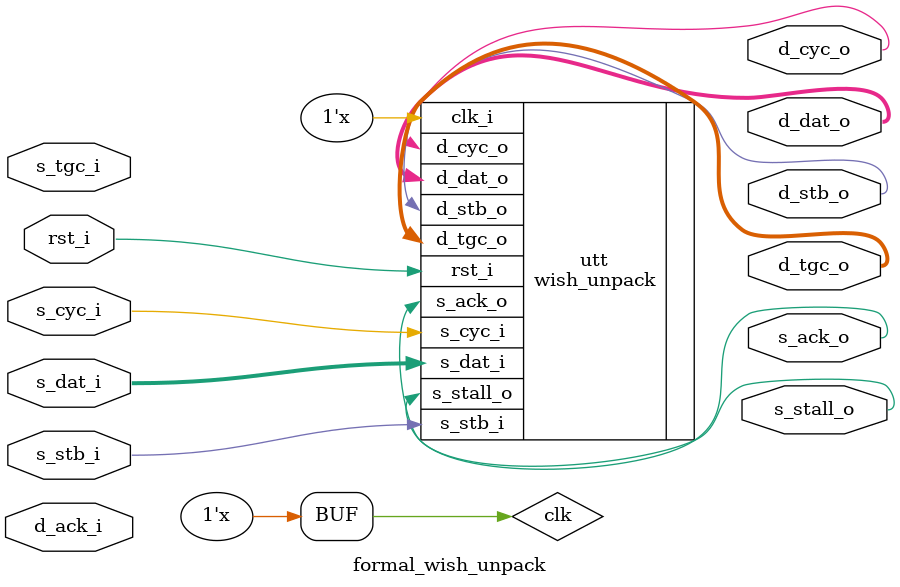
<source format=v>

module formal_wish_unpack
  (
   //system
   rst_i,
  
   //src ctrl
   s_stb_i,
   s_cyc_i,
   s_ack_o,
   s_stall_o,//not required
  
   s_dat_i,
   s_tgc_i,//src meta
  
   //dest ctrl
   d_stb_o,
   d_cyc_o,
   d_ack_i,
  
   d_dat_o,
   d_tgc_o
   );

localparam DATA_WIDTH = 8;
localparam NUM_PACK   = 4;
localparam TGC_WIDTH  = 2;
localparam LITTLE_ENDIAN = 1;
  
  input    rst_i;
  input    s_stb_i;
  input    s_cyc_i;
  output   s_ack_o;
  output   s_stall_o;

  input    [DATA_WIDTH * NUM_PACK-1:0] s_dat_i;
  input    [1:0]  s_tgc_i;

  output   d_stb_o;
  output   d_cyc_o;
  input    d_ack_i;

  output   [DATA_WIDTH - 1:0] d_dat_o;
  output   [1:0]              d_tgc_o;

  reg      clk;
  reg      [$clog2(NUM_PACK)+1:0]index;
  reg      [DATA_WIDTH * NUM_PACK - 1:0] dat;
  reg      [1:0]                         tgc;
  
  reg                                    cached;
  
  
  wish_unpack #(.LITTLE_ENDIAN(LITTLE_ENDIAN),
      .NUM_PACK(NUM_PACK),
      .DATA_WIDTH(DATA_WIDTH)
      )
  utt
    (
     .clk_i(clk),
     .rst_i(rst_i),
     .s_stb_i(s_stb_i),
     .s_cyc_i(s_cyc_i),
     .s_ack_o(s_ack_o),
     .s_dat_i(s_dat_i),
     .s_stall_o(s_stall_o),
     .d_stb_o(d_stb_o),
     .d_cyc_o(d_cyc_o),
     .d_dat_o(d_dat_o),
     .d_tgc_o(d_tgc_o)
     );

`ifdef FORMAL
    initial assume(rst_i);
`endif


  initial begin
    index = 0;
    cached = 0;
  end

  always @(posedge clk) begin
    `ifdef FORMAL
      cover(s_stb_i && s_cyc_i && s_ack_o && !rst_i);
      cover(d_stb_o && d_cyc_o && d_ack_i && !rst_i);
    `endif
    if (s_stb_i && s_cyc_i && s_ack_o && !rst_i) begin
      dat <= s_dat_i;
      tgc <= s_tgc_i;
      
      cached <= 1;
    end
    if (rst_i) begin
      index <= 0;
    end else begin
      if (d_stb_o && d_cyc_o && d_ack_i) begin
        `ifdef FORMAL
          assert(dat[DATA_WIDTH * index +:DATA_WIDTH] == d_dat_o);
          if (index == 0) begin
            assert(d_tgc_o[0] == tgc[0]);
          end else begin
            assert(d_tgc_o[0] == 1'b0);
          end
          if (index == NUM_PACK - 1) begin
            assert(d_tgc_o[1] == tgc[1]);
          end else begin
            assert(d_tgc_o[1] == 1'b0);
          end
       `endif
        if (index == NUM_PACK - 1 && (!s_stb_i || !s_cyc_i || !s_ack_o)) begin
          cached <= 0;
        end
        index <= (index + 1) % NUM_PACK;
      end
    end
    `ifdef FORMAL
      assume(!(s_stb_i && s_cyc_i) || !cached || ((index == NUM_PACK - 1) && (d_stb_o && d_cyc_o && d_ack_i)));
      assume(!rst_i || !(s_stb_i || s_cyc_i || d_ack_i));
    `endif
  end

  initial begin
    clk = 0;
  end
  
  always
    #5 clk = !clk;    
  
endmodule

</source>
